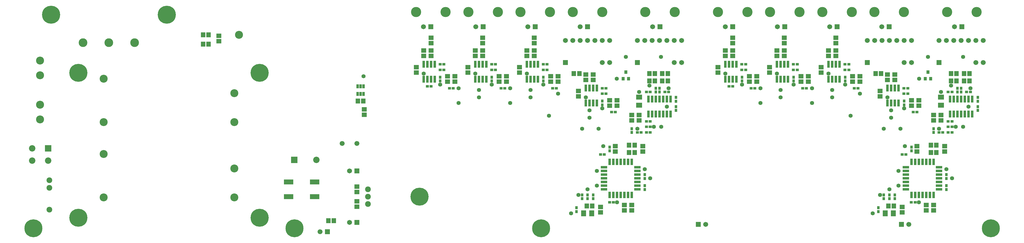
<source format=gts>
%FSLAX23Y23*%
%MOIN*%
G70*
G01*
G75*
%ADD10C,0.024*%
%ADD11R,0.035X0.037*%
%ADD12R,0.024X0.047*%
%ADD13R,0.060X0.052*%
%ADD14R,0.052X0.060*%
%ADD15R,0.118X0.059*%
%ADD16R,0.028X0.036*%
%ADD17R,0.036X0.028*%
%ADD18R,0.059X0.051*%
%ADD19R,0.024X0.087*%
%ADD20R,0.024X0.087*%
%ADD21R,0.063X0.071*%
%ADD22R,0.051X0.059*%
%ADD23R,0.083X0.024*%
%ADD24R,0.024X0.083*%
%ADD25R,0.071X0.063*%
%ADD26C,0.047*%
%ADD27C,0.012*%
%ADD28C,0.010*%
%ADD29C,0.059*%
%ADD30R,0.059X0.059*%
%ADD31C,0.100*%
%ADD32C,0.236*%
%ADD33C,0.237*%
%ADD34C,0.110*%
%ADD35R,0.079X0.079*%
%ADD36C,0.079*%
%ADD37C,0.059*%
%ADD38R,0.059X0.059*%
%ADD39C,0.070*%
%ADD40C,0.079*%
%ADD41C,0.130*%
%ADD42C,0.047*%
%ADD43R,0.043X0.045*%
%ADD44R,0.032X0.055*%
%ADD45R,0.068X0.060*%
%ADD46R,0.060X0.068*%
%ADD47R,0.126X0.067*%
%ADD48R,0.036X0.044*%
%ADD49R,0.044X0.036*%
%ADD50R,0.067X0.059*%
%ADD51R,0.032X0.095*%
%ADD52R,0.032X0.095*%
%ADD53R,0.071X0.079*%
%ADD54R,0.059X0.067*%
%ADD55R,0.091X0.032*%
%ADD56R,0.032X0.091*%
%ADD57R,0.079X0.071*%
%ADD58C,0.067*%
%ADD59R,0.067X0.067*%
%ADD60C,0.108*%
%ADD61C,0.244*%
%ADD62C,0.245*%
%ADD63C,0.118*%
%ADD64R,0.087X0.087*%
%ADD65C,0.087*%
%ADD66C,0.067*%
%ADD67R,0.067X0.067*%
%ADD68C,0.078*%
%ADD69C,0.087*%
%ADD70C,0.138*%
%ADD71C,0.055*%
D43*
X-7587Y-1196D02*
D03*
X-7513D02*
D03*
X-7550Y-1104D02*
D03*
X-3487Y-1196D02*
D03*
X-3413D02*
D03*
X-3450Y-1104D02*
D03*
D44*
X-11189Y-1402D02*
D03*
X-11150D02*
D03*
X-11111D02*
D03*
Y-1298D02*
D03*
X-11150D02*
D03*
X-11189D02*
D03*
D45*
X-11100Y-1613D02*
D03*
Y-1687D02*
D03*
X-13075Y-613D02*
D03*
Y-687D02*
D03*
X-11200Y-2737D02*
D03*
Y-2663D02*
D03*
Y-2863D02*
D03*
Y-2937D02*
D03*
X-6300Y-1038D02*
D03*
Y-1112D02*
D03*
X-5875Y-1237D02*
D03*
Y-1163D02*
D03*
X-3600Y-2113D02*
D03*
Y-2187D02*
D03*
X-3225D02*
D03*
Y-2113D02*
D03*
X-6100Y-813D02*
D03*
Y-887D02*
D03*
Y-638D02*
D03*
Y-712D02*
D03*
X-5600Y-1038D02*
D03*
Y-1112D02*
D03*
X-5175Y-1237D02*
D03*
Y-1163D02*
D03*
X-3375Y-2987D02*
D03*
Y-2913D02*
D03*
X-3475Y-2987D02*
D03*
Y-2913D02*
D03*
X-5400Y-813D02*
D03*
Y-887D02*
D03*
Y-638D02*
D03*
Y-712D02*
D03*
X-4900Y-1038D02*
D03*
Y-1112D02*
D03*
X-4475Y-1237D02*
D03*
Y-1163D02*
D03*
X-4700Y-813D02*
D03*
Y-887D02*
D03*
Y-638D02*
D03*
Y-712D02*
D03*
X-4100Y-1363D02*
D03*
Y-1437D02*
D03*
X-3675Y-1562D02*
D03*
Y-1488D02*
D03*
X-3900Y-1138D02*
D03*
Y-1212D02*
D03*
X-10394Y-1038D02*
D03*
Y-1112D02*
D03*
X-9969Y-1237D02*
D03*
Y-1163D02*
D03*
X-7694Y-2113D02*
D03*
Y-2187D02*
D03*
X-7319D02*
D03*
Y-2113D02*
D03*
X-10194Y-813D02*
D03*
Y-887D02*
D03*
Y-638D02*
D03*
Y-712D02*
D03*
X-9694Y-1038D02*
D03*
Y-1112D02*
D03*
X-9269Y-1237D02*
D03*
Y-1163D02*
D03*
X-7469Y-2987D02*
D03*
Y-2913D02*
D03*
X-7569Y-2987D02*
D03*
Y-2913D02*
D03*
X-9494Y-813D02*
D03*
Y-887D02*
D03*
Y-638D02*
D03*
Y-712D02*
D03*
X-8994Y-1038D02*
D03*
Y-1112D02*
D03*
X-8569Y-1237D02*
D03*
Y-1163D02*
D03*
X-8794Y-813D02*
D03*
Y-887D02*
D03*
Y-638D02*
D03*
Y-712D02*
D03*
X-8194Y-1363D02*
D03*
Y-1437D02*
D03*
X-7769Y-1562D02*
D03*
Y-1488D02*
D03*
X-7994Y-1138D02*
D03*
Y-1212D02*
D03*
D46*
X-11187Y-1500D02*
D03*
X-11113D02*
D03*
X-13213Y-600D02*
D03*
X-13287D02*
D03*
Y-725D02*
D03*
X-13213D02*
D03*
X-11587Y-3125D02*
D03*
X-11513D02*
D03*
X-3412Y-2100D02*
D03*
X-3338D02*
D03*
Y-2200D02*
D03*
X-3412D02*
D03*
X-3137Y-1225D02*
D03*
X-3063D02*
D03*
X-2888Y-1125D02*
D03*
X-2962D02*
D03*
X-2888Y-1225D02*
D03*
X-2962D02*
D03*
X-4162Y-1125D02*
D03*
X-4088D02*
D03*
X-7507Y-2100D02*
D03*
X-7432D02*
D03*
Y-2200D02*
D03*
X-7507D02*
D03*
X-7232Y-1225D02*
D03*
X-7157D02*
D03*
X-6982Y-1125D02*
D03*
X-7057D02*
D03*
X-6982Y-1225D02*
D03*
X-7057D02*
D03*
X-8257Y-1125D02*
D03*
X-8182D02*
D03*
D47*
X-12127Y-2800D02*
D03*
Y-2600D02*
D03*
X-11773D02*
D03*
Y-2800D02*
D03*
D48*
X-5975Y-1174D02*
D03*
Y-1226D02*
D03*
X-3675Y-2176D02*
D03*
Y-2124D02*
D03*
X-4125Y-2949D02*
D03*
Y-3001D02*
D03*
X-3200Y-2499D02*
D03*
Y-2551D02*
D03*
X-5275Y-1174D02*
D03*
Y-1226D02*
D03*
X-4050Y-2826D02*
D03*
Y-2774D02*
D03*
X-3975Y-2826D02*
D03*
Y-2774D02*
D03*
X-3900Y-2826D02*
D03*
Y-2774D02*
D03*
X-3200Y-2649D02*
D03*
Y-2701D02*
D03*
X-4575Y-1174D02*
D03*
Y-1226D02*
D03*
X-3375Y-1874D02*
D03*
Y-1926D02*
D03*
X-3775Y-1499D02*
D03*
Y-1551D02*
D03*
X-3050Y-1376D02*
D03*
Y-1324D02*
D03*
X-3000Y-1376D02*
D03*
Y-1324D02*
D03*
X-2775Y-1501D02*
D03*
Y-1449D02*
D03*
Y-1626D02*
D03*
Y-1574D02*
D03*
X-10069Y-1174D02*
D03*
Y-1226D02*
D03*
X-7769Y-2176D02*
D03*
Y-2124D02*
D03*
X-8219Y-2949D02*
D03*
Y-3001D02*
D03*
X-7294Y-2499D02*
D03*
Y-2551D02*
D03*
X-9369Y-1174D02*
D03*
Y-1226D02*
D03*
X-8144Y-2826D02*
D03*
Y-2774D02*
D03*
X-8069Y-2826D02*
D03*
Y-2774D02*
D03*
X-7994Y-2826D02*
D03*
Y-2774D02*
D03*
X-7294Y-2649D02*
D03*
Y-2701D02*
D03*
X-8669Y-1174D02*
D03*
Y-1226D02*
D03*
X-7469Y-1874D02*
D03*
Y-1926D02*
D03*
X-7869Y-1499D02*
D03*
Y-1551D02*
D03*
X-7144Y-1376D02*
D03*
Y-1324D02*
D03*
X-7094Y-1376D02*
D03*
Y-1324D02*
D03*
X-6869Y-1501D02*
D03*
Y-1449D02*
D03*
Y-1626D02*
D03*
Y-1574D02*
D03*
D49*
X-5799Y-1325D02*
D03*
X-5851D02*
D03*
X-5924Y-1000D02*
D03*
X-5976D02*
D03*
X-5924Y-1075D02*
D03*
X-5976D02*
D03*
X-3749Y-2225D02*
D03*
X-3801D02*
D03*
X-3676Y-2875D02*
D03*
X-3624D02*
D03*
X-5099Y-1325D02*
D03*
X-5151D02*
D03*
X-5224Y-1000D02*
D03*
X-5276D02*
D03*
X-5224Y-1075D02*
D03*
X-5276D02*
D03*
X-4399Y-1325D02*
D03*
X-4451D02*
D03*
X-4524Y-1000D02*
D03*
X-4576D02*
D03*
X-4524Y-1075D02*
D03*
X-4576D02*
D03*
X-3176Y-1375D02*
D03*
X-3124D02*
D03*
X-2926D02*
D03*
X-2874D02*
D03*
X-3176Y-1775D02*
D03*
X-3124D02*
D03*
X-3249Y-1925D02*
D03*
X-3301D02*
D03*
X-3599Y-1650D02*
D03*
X-3651D02*
D03*
X-3176Y-1925D02*
D03*
X-3124D02*
D03*
X-3176Y-1850D02*
D03*
X-3124D02*
D03*
X-3724Y-1400D02*
D03*
X-3776D02*
D03*
X-3724Y-1325D02*
D03*
X-3776D02*
D03*
X-6151Y-1300D02*
D03*
X-6099D02*
D03*
X-9894Y-1325D02*
D03*
X-9945D02*
D03*
X-10019Y-1000D02*
D03*
X-10070D02*
D03*
X-10019Y-1075D02*
D03*
X-10070D02*
D03*
X-7844Y-2225D02*
D03*
X-7895D02*
D03*
X-7770Y-2875D02*
D03*
X-7719D02*
D03*
X-9194Y-1325D02*
D03*
X-9245D02*
D03*
X-9319Y-1000D02*
D03*
X-9370D02*
D03*
X-9319Y-1075D02*
D03*
X-9370D02*
D03*
X-8494Y-1325D02*
D03*
X-8545D02*
D03*
X-8619Y-1000D02*
D03*
X-8670D02*
D03*
X-8619Y-1075D02*
D03*
X-8670D02*
D03*
X-7270Y-1375D02*
D03*
X-7219D02*
D03*
X-7020D02*
D03*
X-6969D02*
D03*
X-7270Y-1775D02*
D03*
X-7219D02*
D03*
X-7344Y-1925D02*
D03*
X-7395D02*
D03*
X-7694Y-1650D02*
D03*
X-7745D02*
D03*
X-7270Y-1925D02*
D03*
X-7219D02*
D03*
X-7270Y-1850D02*
D03*
X-7219D02*
D03*
X-7819Y-1400D02*
D03*
X-7870D02*
D03*
X-7819Y-1325D02*
D03*
X-7870D02*
D03*
X-10245Y-1300D02*
D03*
X-10194D02*
D03*
D50*
X-5775Y-1163D02*
D03*
Y-1237D02*
D03*
X-6200Y-813D02*
D03*
Y-887D02*
D03*
X-3800Y-3012D02*
D03*
Y-2938D02*
D03*
X-5075Y-1163D02*
D03*
Y-1237D02*
D03*
X-5500Y-813D02*
D03*
Y-887D02*
D03*
X-4375Y-1163D02*
D03*
Y-1237D02*
D03*
X-4800Y-813D02*
D03*
Y-887D02*
D03*
X-3375Y-1688D02*
D03*
Y-1762D02*
D03*
X-3275Y-1688D02*
D03*
Y-1762D02*
D03*
X-3575Y-1488D02*
D03*
Y-1562D02*
D03*
X-4000Y-1138D02*
D03*
Y-1212D02*
D03*
X-9869Y-1163D02*
D03*
Y-1237D02*
D03*
X-10294Y-813D02*
D03*
Y-887D02*
D03*
X-7894Y-3012D02*
D03*
Y-2938D02*
D03*
X-9169Y-1163D02*
D03*
Y-1237D02*
D03*
X-9594Y-813D02*
D03*
Y-887D02*
D03*
X-8469Y-1163D02*
D03*
Y-1237D02*
D03*
X-8894Y-813D02*
D03*
Y-887D02*
D03*
X-7469Y-1688D02*
D03*
Y-1762D02*
D03*
X-7369Y-1688D02*
D03*
Y-1762D02*
D03*
X-7669Y-1488D02*
D03*
Y-1562D02*
D03*
X-8094Y-1138D02*
D03*
Y-1212D02*
D03*
D51*
X-6100Y-998D02*
D03*
X-6150D02*
D03*
X-6200D02*
D03*
X-6050Y-1202D02*
D03*
X-6100D02*
D03*
X-6150D02*
D03*
X-6200D02*
D03*
X-5400Y-998D02*
D03*
X-5450D02*
D03*
X-5500D02*
D03*
X-5350Y-1202D02*
D03*
X-5400D02*
D03*
X-5450D02*
D03*
X-5500D02*
D03*
X-4700Y-998D02*
D03*
X-4750D02*
D03*
X-4800D02*
D03*
X-4650Y-1202D02*
D03*
X-4700D02*
D03*
X-4750D02*
D03*
X-4800D02*
D03*
X-3150Y-1677D02*
D03*
X-3100D02*
D03*
X-3050D02*
D03*
X-3000D02*
D03*
X-2950D02*
D03*
X-2900D02*
D03*
X-2850D02*
D03*
X-3150Y-1473D02*
D03*
X-3100D02*
D03*
X-3050D02*
D03*
X-3000D02*
D03*
X-2950D02*
D03*
X-2900D02*
D03*
X-2850D02*
D03*
X-3900Y-1323D02*
D03*
X-3950D02*
D03*
X-4000D02*
D03*
X-3850Y-1527D02*
D03*
X-3900D02*
D03*
X-3950D02*
D03*
X-4000D02*
D03*
X-10194Y-998D02*
D03*
X-10244D02*
D03*
X-10294D02*
D03*
X-10144Y-1202D02*
D03*
X-10194D02*
D03*
X-10244D02*
D03*
X-10294D02*
D03*
X-9494Y-998D02*
D03*
X-9544D02*
D03*
X-9594D02*
D03*
X-9444Y-1202D02*
D03*
X-9494D02*
D03*
X-9544D02*
D03*
X-9594D02*
D03*
X-8794Y-998D02*
D03*
X-8844D02*
D03*
X-8894D02*
D03*
X-8744Y-1202D02*
D03*
X-8794D02*
D03*
X-8844D02*
D03*
X-8894D02*
D03*
X-7244Y-1677D02*
D03*
X-7194D02*
D03*
X-7144D02*
D03*
X-7094D02*
D03*
X-7044D02*
D03*
X-6994D02*
D03*
X-6944D02*
D03*
X-7244Y-1473D02*
D03*
X-7194D02*
D03*
X-7144D02*
D03*
X-7094D02*
D03*
X-7044D02*
D03*
X-6994D02*
D03*
X-6944D02*
D03*
X-7994Y-1323D02*
D03*
X-8044D02*
D03*
X-8094D02*
D03*
X-7944Y-1527D02*
D03*
X-7994D02*
D03*
X-8044D02*
D03*
X-8094D02*
D03*
D52*
X-6050Y-998D02*
D03*
X-5350D02*
D03*
X-4650D02*
D03*
X-3850Y-1323D02*
D03*
X-10144Y-998D02*
D03*
X-9444D02*
D03*
X-8744D02*
D03*
X-7944Y-1323D02*
D03*
D53*
X-4030Y-3025D02*
D03*
X-3920D02*
D03*
X-8125D02*
D03*
X-8014D02*
D03*
D54*
X-3987Y-2925D02*
D03*
X-3913D02*
D03*
X-3137Y-1125D02*
D03*
X-3063D02*
D03*
X-8082Y-2925D02*
D03*
X-8007D02*
D03*
X-7232Y-1125D02*
D03*
X-7157D02*
D03*
D55*
X-3299Y-2700D02*
D03*
Y-2650D02*
D03*
Y-2600D02*
D03*
Y-2550D02*
D03*
Y-2500D02*
D03*
Y-2450D02*
D03*
Y-2400D02*
D03*
X-3751Y-2700D02*
D03*
Y-2650D02*
D03*
Y-2600D02*
D03*
Y-2550D02*
D03*
Y-2500D02*
D03*
Y-2450D02*
D03*
Y-2400D02*
D03*
X-7393Y-2700D02*
D03*
Y-2650D02*
D03*
Y-2600D02*
D03*
Y-2550D02*
D03*
Y-2500D02*
D03*
Y-2450D02*
D03*
Y-2400D02*
D03*
X-7846Y-2700D02*
D03*
Y-2650D02*
D03*
Y-2600D02*
D03*
Y-2550D02*
D03*
Y-2500D02*
D03*
Y-2450D02*
D03*
Y-2400D02*
D03*
D56*
X-3375Y-2324D02*
D03*
X-3425D02*
D03*
X-3475D02*
D03*
X-3525D02*
D03*
X-3575D02*
D03*
X-3625D02*
D03*
X-3675D02*
D03*
X-3375Y-2776D02*
D03*
X-3425D02*
D03*
X-3475D02*
D03*
X-3525D02*
D03*
X-3575D02*
D03*
X-3625D02*
D03*
X-3675D02*
D03*
X-7469Y-2324D02*
D03*
X-7519D02*
D03*
X-7569D02*
D03*
X-7619D02*
D03*
X-7669D02*
D03*
X-7719D02*
D03*
X-7769D02*
D03*
X-7469Y-2776D02*
D03*
X-7519D02*
D03*
X-7569D02*
D03*
X-7619D02*
D03*
X-7669D02*
D03*
X-7719D02*
D03*
X-7769D02*
D03*
D57*
X-3275Y-1445D02*
D03*
Y-1555D02*
D03*
X-7369Y-1445D02*
D03*
Y-1555D02*
D03*
D58*
X-7769Y-975D02*
D03*
X-3675D02*
D03*
X-6794D02*
D03*
X-2700D02*
D03*
X-6466Y-3175D02*
D03*
X-3710D02*
D03*
X-11700Y-3275D02*
D03*
X-6202Y-490D02*
D03*
X-5494D02*
D03*
X-4785D02*
D03*
X-3092D02*
D03*
X-4076D02*
D03*
X-3300Y-675D02*
D03*
X-3200D02*
D03*
X-3100D02*
D03*
X-3000D02*
D03*
X-2900D02*
D03*
X-2800D02*
D03*
X-2700D02*
D03*
X-4275D02*
D03*
X-4175D02*
D03*
X-4075D02*
D03*
X-3975D02*
D03*
X-3875D02*
D03*
X-3775D02*
D03*
X-3675D02*
D03*
X-10297Y-490D02*
D03*
X-9588D02*
D03*
X-8880D02*
D03*
X-7187D02*
D03*
X-8171D02*
D03*
X-7394Y-675D02*
D03*
X-7294D02*
D03*
X-7194D02*
D03*
X-7094D02*
D03*
X-6994D02*
D03*
X-6894D02*
D03*
X-6794D02*
D03*
X-8369D02*
D03*
X-8269D02*
D03*
X-8169D02*
D03*
X-8069D02*
D03*
X-7969D02*
D03*
X-7869D02*
D03*
X-7769D02*
D03*
D59*
X-6566Y-3175D02*
D03*
X-3810D02*
D03*
X-11600Y-3275D02*
D03*
X-3300Y-975D02*
D03*
X-4275D02*
D03*
X-7394D02*
D03*
X-8369D02*
D03*
D60*
X-12800Y-600D02*
D03*
X-15500Y-950D02*
D03*
Y-1750D02*
D03*
Y-1150D02*
D03*
Y-1550D02*
D03*
X-14636Y-1194D02*
D03*
Y-1785D02*
D03*
Y-2218D02*
D03*
Y-2809D02*
D03*
X-12864D02*
D03*
Y-2415D02*
D03*
Y-1785D02*
D03*
Y-1391D02*
D03*
D61*
X-15591Y-3228D02*
D03*
X-8701D02*
D03*
X-12047D02*
D03*
X-2598D02*
D03*
D62*
X-15352Y-325D02*
D03*
X-13782D02*
D03*
X-10350Y-2800D02*
D03*
X-14980Y-1116D02*
D03*
Y-3084D02*
D03*
X-12520D02*
D03*
Y-1116D02*
D03*
D63*
X-14217Y-705D02*
D03*
X-14567D02*
D03*
X-14917D02*
D03*
D64*
X-12050Y-2300D02*
D03*
X-15392Y-2142D02*
D03*
D65*
X-11750Y-2300D02*
D03*
X-15392Y-2308D02*
D03*
D66*
X-11300Y-2450D02*
D03*
Y-3150D02*
D03*
X-11200Y-2075D02*
D03*
X-11400D02*
D03*
X-2800Y-975D02*
D03*
X-3775D02*
D03*
X-6894D02*
D03*
X-7869D02*
D03*
D67*
X-11200Y-2450D02*
D03*
Y-3150D02*
D03*
X-6102Y-490D02*
D03*
X-5394D02*
D03*
X-4685D02*
D03*
X-2992D02*
D03*
X-3976D02*
D03*
X-10197D02*
D03*
X-9488D02*
D03*
X-8780D02*
D03*
X-7087D02*
D03*
X-8071D02*
D03*
D68*
X-15375Y-2575D02*
D03*
Y-2975D02*
D03*
Y-2680D02*
D03*
X-11050Y-2900D02*
D03*
Y-2800D02*
D03*
Y-2700D02*
D03*
D69*
X-15608Y-2308D02*
D03*
Y-2142D02*
D03*
D70*
X-6302Y-290D02*
D03*
X-5902D02*
D03*
X-5594D02*
D03*
X-5194D02*
D03*
X-4885D02*
D03*
X-4485D02*
D03*
X-3192D02*
D03*
X-2792D02*
D03*
X-4176D02*
D03*
X-3776D02*
D03*
X-10397D02*
D03*
X-9997D02*
D03*
X-9688D02*
D03*
X-9288D02*
D03*
X-8980D02*
D03*
X-8580D02*
D03*
X-7287D02*
D03*
X-6887D02*
D03*
X-8271D02*
D03*
X-7871D02*
D03*
D71*
X-7675Y-1196D02*
D03*
X-11111Y-1161D02*
D03*
X-7075Y-900D02*
D03*
X-7550Y-900D02*
D03*
X-3571Y-1196D02*
D03*
X-2975Y-900D02*
D03*
X-3450D02*
D03*
X-3763Y-2113D02*
D03*
X-3275Y-1375D02*
D03*
X-7857Y-2113D02*
D03*
X-7369Y-1375D02*
D03*
X-4200Y-3025D02*
D03*
X-7944Y-2450D02*
D03*
X-10294Y-1125D02*
D03*
X-9594D02*
D03*
X-8894D02*
D03*
X-8094Y-1450D02*
D03*
X-6994Y-1575D02*
D03*
X-8044Y-1625D02*
D03*
Y-1725D02*
D03*
X-7944Y-2650D02*
D03*
X-8069Y-2700D02*
D03*
X-8844Y-1350D02*
D03*
X-9544D02*
D03*
X-8844Y-1450D02*
D03*
X-9544D02*
D03*
X-7069Y-1850D02*
D03*
X-7169D02*
D03*
X-10069Y-1275D02*
D03*
X-9369D02*
D03*
X-8669D02*
D03*
X-7869Y-1600D02*
D03*
X-8294Y-3025D02*
D03*
X-9119Y-1325D02*
D03*
X-8469Y-1400D02*
D03*
X-7919Y-1875D02*
D03*
X-8144D02*
D03*
X-8594Y-1700D02*
D03*
X-9819Y-1325D02*
D03*
X-9119Y-1525D02*
D03*
X-9819D02*
D03*
X-7669Y-2875D02*
D03*
X-7219Y-2550D02*
D03*
X-7294Y-2425D02*
D03*
X-8194Y-2775D02*
D03*
X-7394Y-1875D02*
D03*
X-6969Y-1325D02*
D03*
X-7232Y-1288D02*
D03*
X-3825Y-1875D02*
D03*
X-4050D02*
D03*
X-4375Y-1400D02*
D03*
X-4500Y-1700D02*
D03*
X-5025Y-1525D02*
D03*
X-5725D02*
D03*
X-4750Y-1450D02*
D03*
Y-1350D02*
D03*
X-5450Y-1450D02*
D03*
Y-1350D02*
D03*
X-5725Y-1325D02*
D03*
X-5025D02*
D03*
X-3950Y-1725D02*
D03*
Y-1625D02*
D03*
X-2975Y-1850D02*
D03*
X-3075D02*
D03*
X-3975Y-2700D02*
D03*
X-3850Y-2650D02*
D03*
X-4100Y-2775D02*
D03*
X-3850Y-2450D02*
D03*
X-3125Y-2550D02*
D03*
X-3200Y-2425D02*
D03*
X-3575Y-2875D02*
D03*
X-3137Y-1288D02*
D03*
X-2900Y-1575D02*
D03*
X-3300Y-1875D02*
D03*
X-2875Y-1325D02*
D03*
X-4000Y-1450D02*
D03*
X-4575Y-1275D02*
D03*
X-3775Y-1600D02*
D03*
X-4800Y-1125D02*
D03*
X-5275Y-1275D02*
D03*
X-5500Y-1125D02*
D03*
X-5975Y-1275D02*
D03*
X-6200Y-1125D02*
D03*
M02*

</source>
